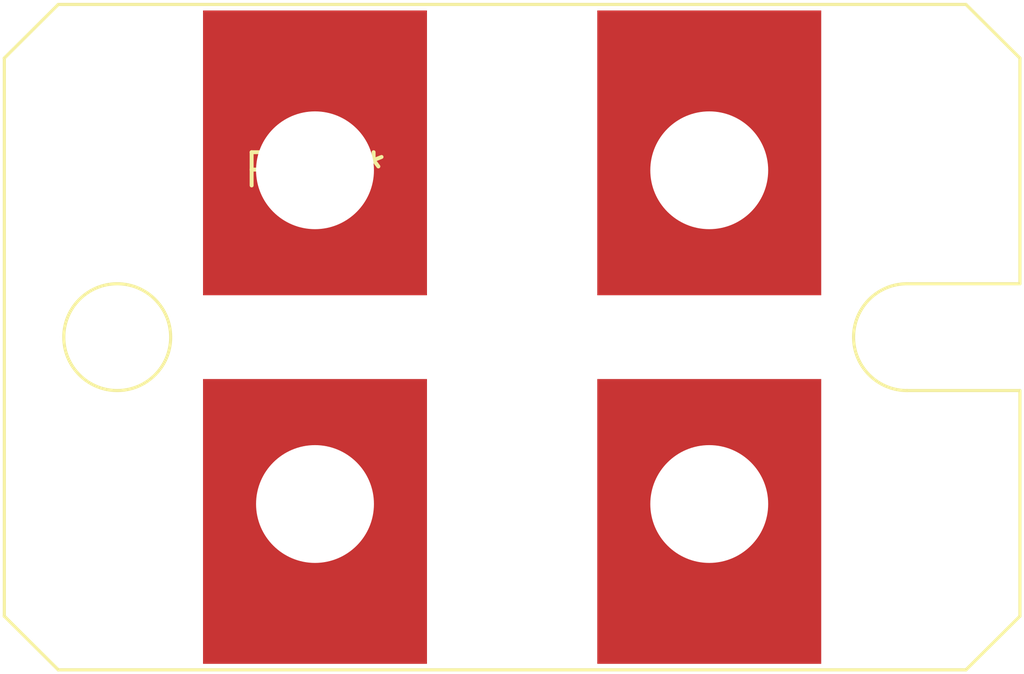
<source format=kicad_pcb>
(kicad_pcb (version 20240108) (generator pcbnew)
  (layers (0 "F.Cu" signal) (31 "B.Cu" signal) (34 "B.Paste" user) (35 "F.Paste" user) (36 "B.SilkS" user "B.Silkscreen") (37 "F.SilkS" user "F.Silkscreen") (38 "B.Mask" user) (39 "F.Mask" user) (44 "Edge.Cuts" user))
  (net 0 "")
  (footprint "SOT-227" (layer "F.Cu") (at 0 0)
    (property "Reference" "REF**")
    (property "Value" "SOT-227")
    (fp_line (start -11.86 -4.285) (end -11.86 17.035) (layer "F.SilkS") (stroke (width 0.12)))
    (fp_line (start -11.86 -4.285) (end -9.8 -6.335) (layer "F.SilkS") (stroke (width 0.12)))
    (fp_line (start -11.86 17.035) (end -9.8 19.085) (layer "F.SilkS") (stroke (width 0.12)))
    (fp_line (start -9.8 -6.335) (end 24.85 -6.335) (layer "F.SilkS") (stroke (width 0.12)))
    (fp_line (start -9.8 19.085) (end 24.85 19.085) (layer "F.SilkS") (stroke (width 0.12)))
    (fp_line (start 22.6 4.335) (end 26.91 4.335) (layer "F.SilkS") (stroke (width 0.12)))
    (fp_line (start 22.6 8.415) (end 26.91 8.415) (layer "F.SilkS") (stroke (width 0.12)))
    (fp_line (start 26.91 -4.285) (end 24.85 -6.335) (layer "F.SilkS") (stroke (width 0.12)))
    (fp_line (start 26.91 -4.285) (end 26.91 4.335) (layer "F.SilkS") (stroke (width 0.12)))
    (fp_line (start 26.91 17.035) (end 24.85 19.085) (layer "F.SilkS") (stroke (width 0.12)))
    (fp_line (start 26.91 17.035) (end 26.91 8.415) (layer "F.SilkS") (stroke (width 0.12)))
    (fp_arc (start 22.6 8.415) (mid 20.56 6.375) (end 22.6 4.335) (layer "F.SilkS") (stroke (width 0.12)))
    (fp_circle (center -7.55 6.375) (end -5.51 6.375) (layer "F.SilkS") (stroke (width 0.12)) (fill none))
    (pad "1" smd rect (at 0 -0.665) (size 8.55 10.88) (layers "F.Cu" "F.Mask"))
    (pad "1" thru_hole circle (at 0 0) (size 8 8) (drill 4.5) (layers *.Cu *.Mask) (remove_unused_layers))
    (pad "2" smd rect (at 15.05 -0.665) (size 8.55 10.88) (layers "F.Cu" "F.Mask"))
    (pad "2" thru_hole circle (at 15.05 0) (size 8 8) (drill 4.5) (layers *.Cu *.Mask) (remove_unused_layers))
    (pad "3" thru_hole circle (at 15.05 12.75) (size 8 8) (drill 4.5) (layers *.Cu *.Mask) (remove_unused_layers))
    (pad "3" smd rect (at 15.05 13.415) (size 8.55 10.88) (layers "F.Cu" "F.Mask"))
    (pad "4" thru_hole circle (at 0 12.75) (size 8 8) (drill 4.5) (layers *.Cu *.Mask) (remove_unused_layers))
    (pad "4" smd rect (at 0 13.415) (size 8.55 10.88) (layers "F.Cu" "F.Mask"))
  )
)
</source>
